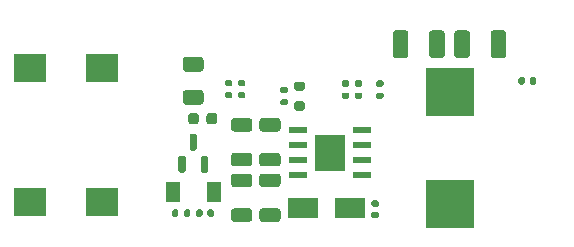
<source format=gtp>
G04 #@! TF.GenerationSoftware,KiCad,Pcbnew,5.99.0-unknown-395602b12a~131~ubuntu20.04.1*
G04 #@! TF.CreationDate,2021-07-16T02:08:32+02:00*
G04 #@! TF.ProjectId,TPS5430,54505335-3433-4302-9e6b-696361645f70,1.0.0*
G04 #@! TF.SameCoordinates,Original*
G04 #@! TF.FileFunction,Paste,Top*
G04 #@! TF.FilePolarity,Positive*
%FSLAX46Y46*%
G04 Gerber Fmt 4.6, Leading zero omitted, Abs format (unit mm)*
G04 Created by KiCad (PCBNEW 5.99.0-unknown-395602b12a~131~ubuntu20.04.1) date 2021-07-16 02:08:32*
%MOMM*%
%LPD*%
G01*
G04 APERTURE LIST*
%ADD10R,2.500000X1.800000*%
%ADD11R,1.300000X1.700000*%
%ADD12R,1.550000X0.600000*%
%ADD13R,2.600000X3.100000*%
%ADD14R,4.100000X4.100000*%
%ADD15R,2.800000X2.400000*%
G04 APERTURE END LIST*
D10*
X175000000Y-92200000D03*
X179000000Y-92200000D03*
G36*
G01*
X187800000Y-79225000D02*
X187800000Y-77375000D01*
G75*
G02*
X188050000Y-77125000I250000J0D01*
G01*
X188875000Y-77125000D01*
G75*
G02*
X189125000Y-77375000I0J-250000D01*
G01*
X189125000Y-79225000D01*
G75*
G02*
X188875000Y-79475000I-250000J0D01*
G01*
X188050000Y-79475000D01*
G75*
G02*
X187800000Y-79225000I0J250000D01*
G01*
G37*
G36*
G01*
X190875000Y-79225000D02*
X190875000Y-77375000D01*
G75*
G02*
X191125000Y-77125000I250000J0D01*
G01*
X191950000Y-77125000D01*
G75*
G02*
X192200000Y-77375000I0J-250000D01*
G01*
X192200000Y-79225000D01*
G75*
G02*
X191950000Y-79475000I-250000J0D01*
G01*
X191125000Y-79475000D01*
G75*
G02*
X190875000Y-79225000I0J250000D01*
G01*
G37*
G36*
G01*
X164900000Y-89212500D02*
X164600000Y-89212500D01*
G75*
G02*
X164450000Y-89062500I0J150000D01*
G01*
X164450000Y-87887500D01*
G75*
G02*
X164600000Y-87737500I150000J0D01*
G01*
X164900000Y-87737500D01*
G75*
G02*
X165050000Y-87887500I0J-150000D01*
G01*
X165050000Y-89062500D01*
G75*
G02*
X164900000Y-89212500I-150000J0D01*
G01*
G37*
G36*
G01*
X166800000Y-89212500D02*
X166500000Y-89212500D01*
G75*
G02*
X166350000Y-89062500I0J150000D01*
G01*
X166350000Y-87887500D01*
G75*
G02*
X166500000Y-87737500I150000J0D01*
G01*
X166800000Y-87737500D01*
G75*
G02*
X166950000Y-87887500I0J-150000D01*
G01*
X166950000Y-89062500D01*
G75*
G02*
X166800000Y-89212500I-150000J0D01*
G01*
G37*
G36*
G01*
X165850000Y-87337500D02*
X165550000Y-87337500D01*
G75*
G02*
X165400000Y-87187500I0J150000D01*
G01*
X165400000Y-86012500D01*
G75*
G02*
X165550000Y-85862500I150000J0D01*
G01*
X165850000Y-85862500D01*
G75*
G02*
X166000000Y-86012500I0J-150000D01*
G01*
X166000000Y-87187500D01*
G75*
G02*
X165850000Y-87337500I-150000J0D01*
G01*
G37*
G36*
G01*
X180930000Y-91520000D02*
X181270000Y-91520000D01*
G75*
G02*
X181410000Y-91660000I0J-140000D01*
G01*
X181410000Y-91940000D01*
G75*
G02*
X181270000Y-92080000I-140000J0D01*
G01*
X180930000Y-92080000D01*
G75*
G02*
X180790000Y-91940000I0J140000D01*
G01*
X180790000Y-91660000D01*
G75*
G02*
X180930000Y-91520000I140000J0D01*
G01*
G37*
G36*
G01*
X180930000Y-92480000D02*
X181270000Y-92480000D01*
G75*
G02*
X181410000Y-92620000I0J-140000D01*
G01*
X181410000Y-92900000D01*
G75*
G02*
X181270000Y-93040000I-140000J0D01*
G01*
X180930000Y-93040000D01*
G75*
G02*
X180790000Y-92900000I0J140000D01*
G01*
X180790000Y-92620000D01*
G75*
G02*
X180930000Y-92480000I140000J0D01*
G01*
G37*
G36*
G01*
X167460000Y-92430000D02*
X167460000Y-92770000D01*
G75*
G02*
X167320000Y-92910000I-140000J0D01*
G01*
X167040000Y-92910000D01*
G75*
G02*
X166900000Y-92770000I0J140000D01*
G01*
X166900000Y-92430000D01*
G75*
G02*
X167040000Y-92290000I140000J0D01*
G01*
X167320000Y-92290000D01*
G75*
G02*
X167460000Y-92430000I0J-140000D01*
G01*
G37*
G36*
G01*
X166500000Y-92430000D02*
X166500000Y-92770000D01*
G75*
G02*
X166360000Y-92910000I-140000J0D01*
G01*
X166080000Y-92910000D01*
G75*
G02*
X165940000Y-92770000I0J140000D01*
G01*
X165940000Y-92430000D01*
G75*
G02*
X166080000Y-92290000I140000J0D01*
G01*
X166360000Y-92290000D01*
G75*
G02*
X166500000Y-92430000I0J-140000D01*
G01*
G37*
D11*
X167450000Y-90800000D03*
X163950000Y-90800000D03*
G36*
G01*
X165275000Y-84850000D02*
X165275000Y-84350000D01*
G75*
G02*
X165500000Y-84125000I225000J0D01*
G01*
X165950000Y-84125000D01*
G75*
G02*
X166175000Y-84350000I0J-225000D01*
G01*
X166175000Y-84850000D01*
G75*
G02*
X165950000Y-85075000I-225000J0D01*
G01*
X165500000Y-85075000D01*
G75*
G02*
X165275000Y-84850000I0J225000D01*
G01*
G37*
G36*
G01*
X166825000Y-84850000D02*
X166825000Y-84350000D01*
G75*
G02*
X167050000Y-84125000I225000J0D01*
G01*
X167500000Y-84125000D01*
G75*
G02*
X167725000Y-84350000I0J-225000D01*
G01*
X167725000Y-84850000D01*
G75*
G02*
X167500000Y-85075000I-225000J0D01*
G01*
X167050000Y-85075000D01*
G75*
G02*
X166825000Y-84850000I0J225000D01*
G01*
G37*
G36*
G01*
X168515000Y-81320000D02*
X168885000Y-81320000D01*
G75*
G02*
X169020000Y-81455000I0J-135000D01*
G01*
X169020000Y-81725000D01*
G75*
G02*
X168885000Y-81860000I-135000J0D01*
G01*
X168515000Y-81860000D01*
G75*
G02*
X168380000Y-81725000I0J135000D01*
G01*
X168380000Y-81455000D01*
G75*
G02*
X168515000Y-81320000I135000J0D01*
G01*
G37*
G36*
G01*
X168515000Y-82340000D02*
X168885000Y-82340000D01*
G75*
G02*
X169020000Y-82475000I0J-135000D01*
G01*
X169020000Y-82745000D01*
G75*
G02*
X168885000Y-82880000I-135000J0D01*
G01*
X168515000Y-82880000D01*
G75*
G02*
X168380000Y-82745000I0J135000D01*
G01*
X168380000Y-82475000D01*
G75*
G02*
X168515000Y-82340000I135000J0D01*
G01*
G37*
G36*
G01*
X172850000Y-88650000D02*
X171550000Y-88650000D01*
G75*
G02*
X171300000Y-88400000I0J250000D01*
G01*
X171300000Y-87750000D01*
G75*
G02*
X171550000Y-87500000I250000J0D01*
G01*
X172850000Y-87500000D01*
G75*
G02*
X173100000Y-87750000I0J-250000D01*
G01*
X173100000Y-88400000D01*
G75*
G02*
X172850000Y-88650000I-250000J0D01*
G01*
G37*
G36*
G01*
X172850000Y-85700000D02*
X171550000Y-85700000D01*
G75*
G02*
X171300000Y-85450000I0J250000D01*
G01*
X171300000Y-84800000D01*
G75*
G02*
X171550000Y-84550000I250000J0D01*
G01*
X172850000Y-84550000D01*
G75*
G02*
X173100000Y-84800000I0J-250000D01*
G01*
X173100000Y-85450000D01*
G75*
G02*
X172850000Y-85700000I-250000J0D01*
G01*
G37*
G36*
G01*
X179515000Y-81370000D02*
X179885000Y-81370000D01*
G75*
G02*
X180020000Y-81505000I0J-135000D01*
G01*
X180020000Y-81775000D01*
G75*
G02*
X179885000Y-81910000I-135000J0D01*
G01*
X179515000Y-81910000D01*
G75*
G02*
X179380000Y-81775000I0J135000D01*
G01*
X179380000Y-81505000D01*
G75*
G02*
X179515000Y-81370000I135000J0D01*
G01*
G37*
G36*
G01*
X179515000Y-82390000D02*
X179885000Y-82390000D01*
G75*
G02*
X180020000Y-82525000I0J-135000D01*
G01*
X180020000Y-82795000D01*
G75*
G02*
X179885000Y-82930000I-135000J0D01*
G01*
X179515000Y-82930000D01*
G75*
G02*
X179380000Y-82795000I0J135000D01*
G01*
X179380000Y-82525000D01*
G75*
G02*
X179515000Y-82390000I135000J0D01*
G01*
G37*
D12*
X180000000Y-89405000D03*
X180000000Y-88135000D03*
X180000000Y-86865000D03*
X180000000Y-85595000D03*
X174600000Y-85595000D03*
X174600000Y-86865000D03*
X174600000Y-88135000D03*
X174600000Y-89405000D03*
D13*
X177300000Y-87500000D03*
G36*
G01*
X171550000Y-89250000D02*
X172850000Y-89250000D01*
G75*
G02*
X173100000Y-89500000I0J-250000D01*
G01*
X173100000Y-90150000D01*
G75*
G02*
X172850000Y-90400000I-250000J0D01*
G01*
X171550000Y-90400000D01*
G75*
G02*
X171300000Y-90150000I0J250000D01*
G01*
X171300000Y-89500000D01*
G75*
G02*
X171550000Y-89250000I250000J0D01*
G01*
G37*
G36*
G01*
X171550000Y-92200000D02*
X172850000Y-92200000D01*
G75*
G02*
X173100000Y-92450000I0J-250000D01*
G01*
X173100000Y-93100000D01*
G75*
G02*
X172850000Y-93350000I-250000J0D01*
G01*
X171550000Y-93350000D01*
G75*
G02*
X171300000Y-93100000I0J250000D01*
G01*
X171300000Y-92450000D01*
G75*
G02*
X171550000Y-92200000I250000J0D01*
G01*
G37*
G36*
G01*
X170450000Y-88650000D02*
X169150000Y-88650000D01*
G75*
G02*
X168900000Y-88400000I0J250000D01*
G01*
X168900000Y-87750000D01*
G75*
G02*
X169150000Y-87500000I250000J0D01*
G01*
X170450000Y-87500000D01*
G75*
G02*
X170700000Y-87750000I0J-250000D01*
G01*
X170700000Y-88400000D01*
G75*
G02*
X170450000Y-88650000I-250000J0D01*
G01*
G37*
G36*
G01*
X170450000Y-85700000D02*
X169150000Y-85700000D01*
G75*
G02*
X168900000Y-85450000I0J250000D01*
G01*
X168900000Y-84800000D01*
G75*
G02*
X169150000Y-84550000I250000J0D01*
G01*
X170450000Y-84550000D01*
G75*
G02*
X170700000Y-84800000I0J-250000D01*
G01*
X170700000Y-85450000D01*
G75*
G02*
X170450000Y-85700000I-250000J0D01*
G01*
G37*
G36*
G01*
X169150000Y-89250000D02*
X170450000Y-89250000D01*
G75*
G02*
X170700000Y-89500000I0J-250000D01*
G01*
X170700000Y-90150000D01*
G75*
G02*
X170450000Y-90400000I-250000J0D01*
G01*
X169150000Y-90400000D01*
G75*
G02*
X168900000Y-90150000I0J250000D01*
G01*
X168900000Y-89500000D01*
G75*
G02*
X169150000Y-89250000I250000J0D01*
G01*
G37*
G36*
G01*
X169150000Y-92200000D02*
X170450000Y-92200000D01*
G75*
G02*
X170700000Y-92450000I0J-250000D01*
G01*
X170700000Y-93100000D01*
G75*
G02*
X170450000Y-93350000I-250000J0D01*
G01*
X169150000Y-93350000D01*
G75*
G02*
X168900000Y-93100000I0J250000D01*
G01*
X168900000Y-92450000D01*
G75*
G02*
X169150000Y-92200000I250000J0D01*
G01*
G37*
D14*
X187400000Y-91850000D03*
X187400000Y-82350000D03*
G36*
G01*
X169615000Y-81320000D02*
X169985000Y-81320000D01*
G75*
G02*
X170120000Y-81455000I0J-135000D01*
G01*
X170120000Y-81725000D01*
G75*
G02*
X169985000Y-81860000I-135000J0D01*
G01*
X169615000Y-81860000D01*
G75*
G02*
X169480000Y-81725000I0J135000D01*
G01*
X169480000Y-81455000D01*
G75*
G02*
X169615000Y-81320000I135000J0D01*
G01*
G37*
G36*
G01*
X169615000Y-82340000D02*
X169985000Y-82340000D01*
G75*
G02*
X170120000Y-82475000I0J-135000D01*
G01*
X170120000Y-82745000D01*
G75*
G02*
X169985000Y-82880000I-135000J0D01*
G01*
X169615000Y-82880000D01*
G75*
G02*
X169480000Y-82745000I0J135000D01*
G01*
X169480000Y-82475000D01*
G75*
G02*
X169615000Y-82340000I135000J0D01*
G01*
G37*
G36*
G01*
X165470000Y-92415000D02*
X165470000Y-92785000D01*
G75*
G02*
X165335000Y-92920000I-135000J0D01*
G01*
X165065000Y-92920000D01*
G75*
G02*
X164930000Y-92785000I0J135000D01*
G01*
X164930000Y-92415000D01*
G75*
G02*
X165065000Y-92280000I135000J0D01*
G01*
X165335000Y-92280000D01*
G75*
G02*
X165470000Y-92415000I0J-135000D01*
G01*
G37*
G36*
G01*
X164450000Y-92415000D02*
X164450000Y-92785000D01*
G75*
G02*
X164315000Y-92920000I-135000J0D01*
G01*
X164045000Y-92920000D01*
G75*
G02*
X163910000Y-92785000I0J135000D01*
G01*
X163910000Y-92415000D01*
G75*
G02*
X164045000Y-92280000I135000J0D01*
G01*
X164315000Y-92280000D01*
G75*
G02*
X164450000Y-92415000I0J-135000D01*
G01*
G37*
G36*
G01*
X178415000Y-81370000D02*
X178785000Y-81370000D01*
G75*
G02*
X178920000Y-81505000I0J-135000D01*
G01*
X178920000Y-81775000D01*
G75*
G02*
X178785000Y-81910000I-135000J0D01*
G01*
X178415000Y-81910000D01*
G75*
G02*
X178280000Y-81775000I0J135000D01*
G01*
X178280000Y-81505000D01*
G75*
G02*
X178415000Y-81370000I135000J0D01*
G01*
G37*
G36*
G01*
X178415000Y-82390000D02*
X178785000Y-82390000D01*
G75*
G02*
X178920000Y-82525000I0J-135000D01*
G01*
X178920000Y-82795000D01*
G75*
G02*
X178785000Y-82930000I-135000J0D01*
G01*
X178415000Y-82930000D01*
G75*
G02*
X178280000Y-82795000I0J135000D01*
G01*
X178280000Y-82525000D01*
G75*
G02*
X178415000Y-82390000I135000J0D01*
G01*
G37*
G36*
G01*
X193240000Y-81570000D02*
X193240000Y-81230000D01*
G75*
G02*
X193380000Y-81090000I140000J0D01*
G01*
X193660000Y-81090000D01*
G75*
G02*
X193800000Y-81230000I0J-140000D01*
G01*
X193800000Y-81570000D01*
G75*
G02*
X193660000Y-81710000I-140000J0D01*
G01*
X193380000Y-81710000D01*
G75*
G02*
X193240000Y-81570000I0J140000D01*
G01*
G37*
G36*
G01*
X194200000Y-81570000D02*
X194200000Y-81230000D01*
G75*
G02*
X194340000Y-81090000I140000J0D01*
G01*
X194620000Y-81090000D01*
G75*
G02*
X194760000Y-81230000I0J-140000D01*
G01*
X194760000Y-81570000D01*
G75*
G02*
X194620000Y-81710000I-140000J0D01*
G01*
X194340000Y-81710000D01*
G75*
G02*
X194200000Y-81570000I0J140000D01*
G01*
G37*
G36*
G01*
X173215000Y-81920000D02*
X173585000Y-81920000D01*
G75*
G02*
X173720000Y-82055000I0J-135000D01*
G01*
X173720000Y-82325000D01*
G75*
G02*
X173585000Y-82460000I-135000J0D01*
G01*
X173215000Y-82460000D01*
G75*
G02*
X173080000Y-82325000I0J135000D01*
G01*
X173080000Y-82055000D01*
G75*
G02*
X173215000Y-81920000I135000J0D01*
G01*
G37*
G36*
G01*
X173215000Y-82940000D02*
X173585000Y-82940000D01*
G75*
G02*
X173720000Y-83075000I0J-135000D01*
G01*
X173720000Y-83345000D01*
G75*
G02*
X173585000Y-83480000I-135000J0D01*
G01*
X173215000Y-83480000D01*
G75*
G02*
X173080000Y-83345000I0J135000D01*
G01*
X173080000Y-83075000D01*
G75*
G02*
X173215000Y-82940000I135000J0D01*
G01*
G37*
G36*
G01*
X181685000Y-82930000D02*
X181315000Y-82930000D01*
G75*
G02*
X181180000Y-82795000I0J135000D01*
G01*
X181180000Y-82525000D01*
G75*
G02*
X181315000Y-82390000I135000J0D01*
G01*
X181685000Y-82390000D01*
G75*
G02*
X181820000Y-82525000I0J-135000D01*
G01*
X181820000Y-82795000D01*
G75*
G02*
X181685000Y-82930000I-135000J0D01*
G01*
G37*
G36*
G01*
X181685000Y-81910000D02*
X181315000Y-81910000D01*
G75*
G02*
X181180000Y-81775000I0J135000D01*
G01*
X181180000Y-81505000D01*
G75*
G02*
X181315000Y-81370000I135000J0D01*
G01*
X181685000Y-81370000D01*
G75*
G02*
X181820000Y-81505000I0J-135000D01*
G01*
X181820000Y-81775000D01*
G75*
G02*
X181685000Y-81910000I-135000J0D01*
G01*
G37*
G36*
G01*
X187000000Y-77375000D02*
X187000000Y-79225000D01*
G75*
G02*
X186750000Y-79475000I-250000J0D01*
G01*
X185925000Y-79475000D01*
G75*
G02*
X185675000Y-79225000I0J250000D01*
G01*
X185675000Y-77375000D01*
G75*
G02*
X185925000Y-77125000I250000J0D01*
G01*
X186750000Y-77125000D01*
G75*
G02*
X187000000Y-77375000I0J-250000D01*
G01*
G37*
G36*
G01*
X183925000Y-77375000D02*
X183925000Y-79225000D01*
G75*
G02*
X183675000Y-79475000I-250000J0D01*
G01*
X182850000Y-79475000D01*
G75*
G02*
X182600000Y-79225000I0J250000D01*
G01*
X182600000Y-77375000D01*
G75*
G02*
X182850000Y-77125000I250000J0D01*
G01*
X183675000Y-77125000D01*
G75*
G02*
X183925000Y-77375000I0J-250000D01*
G01*
G37*
G36*
G01*
X165075000Y-79375000D02*
X166325000Y-79375000D01*
G75*
G02*
X166575000Y-79625000I0J-250000D01*
G01*
X166575000Y-80375000D01*
G75*
G02*
X166325000Y-80625000I-250000J0D01*
G01*
X165075000Y-80625000D01*
G75*
G02*
X164825000Y-80375000I0J250000D01*
G01*
X164825000Y-79625000D01*
G75*
G02*
X165075000Y-79375000I250000J0D01*
G01*
G37*
G36*
G01*
X165075000Y-82175000D02*
X166325000Y-82175000D01*
G75*
G02*
X166575000Y-82425000I0J-250000D01*
G01*
X166575000Y-83175000D01*
G75*
G02*
X166325000Y-83425000I-250000J0D01*
G01*
X165075000Y-83425000D01*
G75*
G02*
X164825000Y-83175000I0J250000D01*
G01*
X164825000Y-82425000D01*
G75*
G02*
X165075000Y-82175000I250000J0D01*
G01*
G37*
G36*
G01*
X174975000Y-83925000D02*
X174425000Y-83925000D01*
G75*
G02*
X174225000Y-83725000I0J200000D01*
G01*
X174225000Y-83325000D01*
G75*
G02*
X174425000Y-83125000I200000J0D01*
G01*
X174975000Y-83125000D01*
G75*
G02*
X175175000Y-83325000I0J-200000D01*
G01*
X175175000Y-83725000D01*
G75*
G02*
X174975000Y-83925000I-200000J0D01*
G01*
G37*
G36*
G01*
X174975000Y-82275000D02*
X174425000Y-82275000D01*
G75*
G02*
X174225000Y-82075000I0J200000D01*
G01*
X174225000Y-81675000D01*
G75*
G02*
X174425000Y-81475000I200000J0D01*
G01*
X174975000Y-81475000D01*
G75*
G02*
X175175000Y-81675000I0J-200000D01*
G01*
X175175000Y-82075000D01*
G75*
G02*
X174975000Y-82275000I-200000J0D01*
G01*
G37*
D15*
X158000000Y-91700000D03*
X151900000Y-91700000D03*
X151900000Y-80300000D03*
X158000000Y-80300000D03*
M02*

</source>
